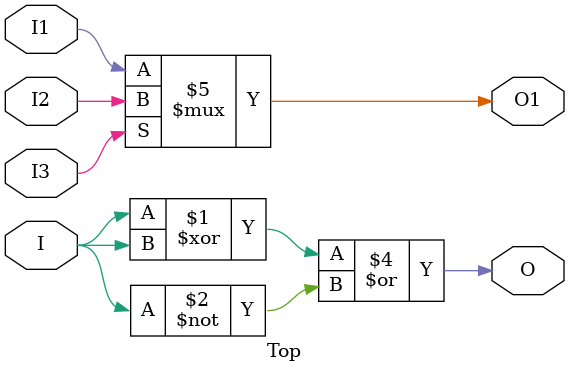
<source format=v>
module Top (input I, input I1, input I2, input I3, output O, output O1);
assign O = (I ^ I) | ((~ I) & 1'b1);
assign O1 = I3 ? I2 : I1;
endmodule


</source>
